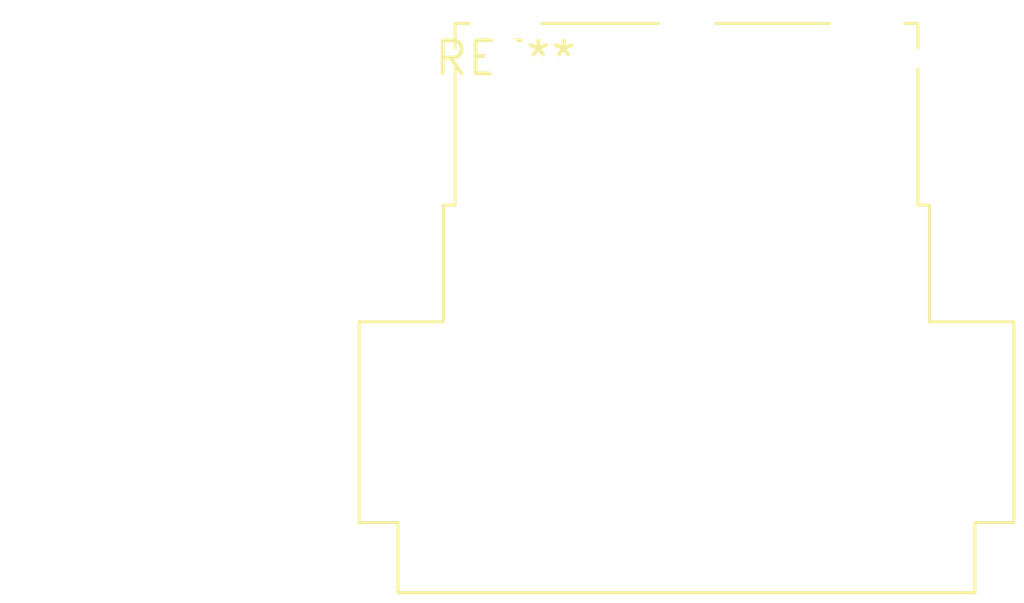
<source format=kicad_pcb>
(kicad_pcb (version 20240108) (generator pcbnew)
  (layers (0 "F.Cu" signal) (31 "B.Cu" signal) (34 "B.Paste" user) (35 "F.Paste" user) (36 "B.SilkS" user "B.Silkscreen") (37 "F.SilkS" user "F.Silkscreen") (38 "B.Mask" user) (39 "F.Mask" user) (44 "Edge.Cuts" user))
  (net 0 "")
  (footprint "Jack_XLR_Neutrik_NC5MBH-B_Horizontal" (layer "F.Cu") (at 0 0)
    (property "Reference" "REF**")
    (property "Value" "Jack_XLR_Neutrik_NC5MBH-B_Horizontal")
    (fp_line (start -5.64 10.16) (end -2.39 10.16) (layer "F.SilkS") (stroke (width 0.12)))
    (fp_line (start -5.64 17.9) (end -5.64 10.16) (layer "F.SilkS") (stroke (width 0.12)))
    (fp_line (start -4.14 17.9) (end -5.64 17.9) (layer "F.SilkS") (stroke (width 0.12)))
    (fp_line (start -4.14 17.9) (end -4.14 20.6) (layer "F.SilkS") (stroke (width 0.12)))
    (fp_line (start -2.39 10.16) (end -2.39 5.66) (layer "F.SilkS") (stroke (width 0.12)))
    (fp_line (start -1.94 -1.34) (end -1.94 -0.4) (layer "F.SilkS") (stroke (width 0.12)))
    (fp_line (start -1.94 -1.34) (end -1.4 -1.34) (layer "F.SilkS") (stroke (width 0.12)))
    (fp_line (start -1.94 5.66) (end -2.39 5.66) (layer "F.SilkS") (stroke (width 0.12)))
    (fp_line (start -1.94 5.66) (end -1.94 0.4) (layer "F.SilkS") (stroke (width 0.12)))
    (fp_line (start 5.9 -1.34) (end 1.4 -1.34) (layer "F.SilkS") (stroke (width 0.12)))
    (fp_line (start 12.5 -1.34) (end 8.1 -1.34) (layer "F.SilkS") (stroke (width 0.12)))
    (fp_line (start 15.9 -1.34) (end 15.4 -1.34) (layer "F.SilkS") (stroke (width 0.12)))
    (fp_line (start 15.9 -1.34) (end 15.9 -0.4) (layer "F.SilkS") (stroke (width 0.12)))
    (fp_line (start 15.9 5.66) (end 15.9 0.4) (layer "F.SilkS") (stroke (width 0.12)))
    (fp_line (start 15.9 5.66) (end 16.35 5.66) (layer "F.SilkS") (stroke (width 0.12)))
    (fp_line (start 16.35 10.16) (end 16.35 5.66) (layer "F.SilkS") (stroke (width 0.12)))
    (fp_line (start 16.35 10.16) (end 19.6 10.16) (layer "F.SilkS") (stroke (width 0.12)))
    (fp_line (start 18.1 17.9) (end 18.1 20.6) (layer "F.SilkS") (stroke (width 0.12)))
    (fp_line (start 18.1 20.6) (end -4.14 20.6) (layer "F.SilkS") (stroke (width 0.12)))
    (fp_line (start 19.6 17.9) (end 18.1 17.9) (layer "F.SilkS") (stroke (width 0.12)))
    (fp_line (start 19.6 17.9) (end 19.6 10.16) (layer "F.SilkS") (stroke (width 0.12)))
    (pad "" np_thru_hole circle (at 3.17 8.89) (size 1.6 1.6) (drill 1.6) (layers *.Cu *.Mask))
    (pad "" np_thru_hole circle (at 10.79 13.97) (size 1.6 1.6) (drill 1.6) (layers *.Cu *.Mask))
    (pad "1" thru_hole circle (at 0 0) (size 3.4 3.4) (drill 1.6) (layers *.Cu *.Mask) (remove_unused_layers))
    (pad "2" thru_hole circle (at 3.17 5.08) (size 2.9 2.9) (drill 1.2) (layers *.Cu *.Mask) (remove_unused_layers))
    (pad "3" thru_hole circle (at 6.98 0) (size 2.9 2.9) (drill 1.2) (layers *.Cu *.Mask) (remove_unused_layers))
    (pad "4" thru_hole circle (at 10.79 5.08) (size 2.9 2.9) (drill 1.2) (layers *.Cu *.Mask) (remove_unused_layers))
    (pad "5" thru_hole circle (at 13.96 0) (size 3.4 3.4) (drill 1.6) (layers *.Cu *.Mask) (remove_unused_layers))
    (pad "G" thru_hole circle (at 6.98 5.08) (size 2.9 2.9) (drill 1.2) (layers *.Cu *.Mask) (remove_unused_layers))
  )
)
</source>
